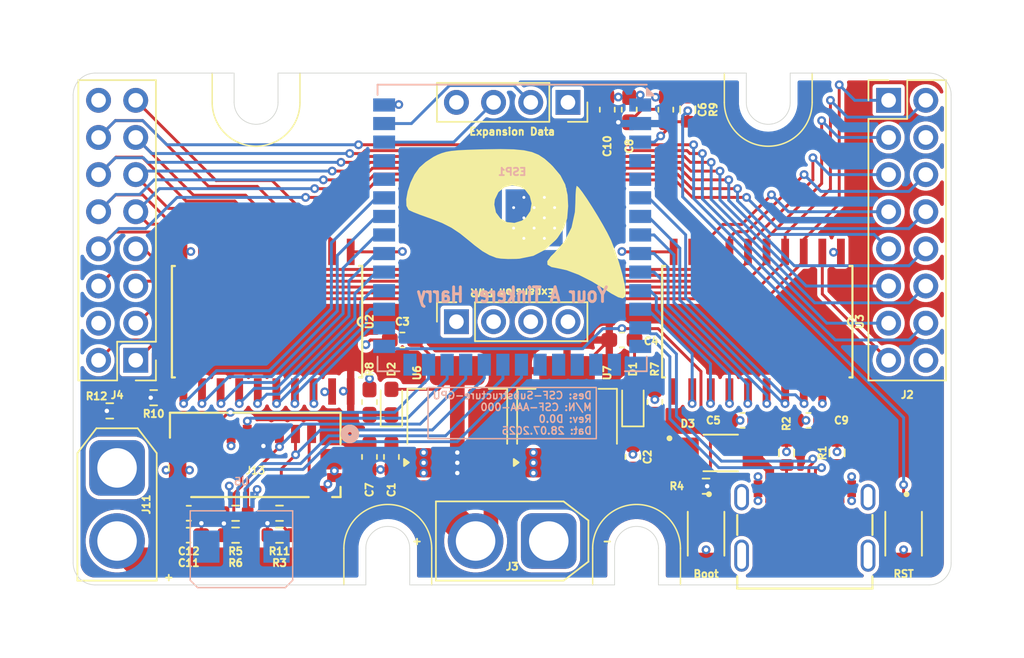
<source format=kicad_pcb>
(kicad_pcb (version 20241229) (generator "pcbnew") (generator_version "9.0")
  (layers (0 "F.Cu" signal) (4 "In1.Cu" signal) (6 "In2.Cu" signal) (2 "B.Cu" signal) (13 "F.Paste" user) (15 "B.Paste" user) (5 "F.SilkS" user "F.Silkscreen") (7 "B.SilkS" user "B.Silkscreen") (1 "F.Mask" user) (3 "B.Mask" user) (25 "Edge.Cuts" user))
  (net 0 "")
  (net 1 "GND")
  (net 2 "Net-(ESP1-GPIO0{slash}BOOT)")
  (net 3 "+3V3")
  (net 4 "+5V")
  (net 5 "Net-(J1-VBUS_A)")
  (net 6 "Net-(ESP1-EN)")
  (net 7 "Net-(D1-K)")
  (net 8 "Net-(D2-K)")
  (net 9 "+RAWVS")
  (net 14 "Main USB -")
  (net 18 "Main USB +")
  (net 22 "Net-(J1-CC2)")
  (net 23 "Net-(J1-CC1)")
  (net 27 "R1")
  (net 28 "B")
  (net 29 "G0")
  (net 30 "B1")
  (net 31 "CLK")
  (net 32 "A")
  (net 33 "B0")
  (net 34 "R0")
  (net 35 "C")
  (net 36 "LAT")
  (net 37 "E")
  (net 38 "D")
  (net 39 "G1")
  (net 40 "SD SPI MOSI")
  (net 41 "SD SPI CLK")
  (net 42 "Net-(J13-Pad8)")
  (net 43 "SD SPI MISO")
  (net 44 "SD SPI CS")
  (net 45 "Net-(J13-Pad1)")
  (net 48 "Power UART TX")
  (net 49 "Power UART RX")
  (net 50 "Disp GPIO 5")
  (net 51 "Disp GPIO 0")
  (net 52 "Disp GPIO 1")
  (net 53 "Disp GPIO 3")
  (net 54 "Disp GPIO 6")
  (net 55 "Disp GPIO 4")
  (net 56 "Disp GPIO 7")
  (net 57 "Disp GPIO 2")
  (net 58 "Disp GPIO 11")
  (net 59 "Disp GPIO 12")
  (net 60 "Disp GPIO 13")
  (net 61 "Disp GPIO 8")
  (net 62 "Disp GPIO 10")
  (net 63 "Disp GPIO 9")
  (net 64 "Disp GPIO 14")
  (net 65 "OE1")
  (net 66 "OE0")
  (net 70 "Expansion UART TX")
  (net 71 "Expansion UART RX")
  (footprint "Resistor_SMD:R_0603_1608Metric" (layer "F.Cu") (at 76.1 71.6 180)
    (property "Reference" "R6")
    (property "Value" "10K" (hide yes))
  )
  (footprint "Package_TO_SOT_SMD:SOT-223-3_TabPin2" (layer "F.Cu") (at 98.75 63.5 90)
    (property "Reference" "U7")
    (property "Value" "LD1117S50TR_SOT223" (hide yes))
  )
  (footprint "Capacitor_SMD:C_0603_1608Metric_Pad1.08x0.95mm_HandSolder" (layer "F.Cu") (at 102.5 58.25)
    (property "Reference" "C4")
    (property "Value" "10uf" (hide yes))
  )
  (footprint "Connector_AMASS:AMASS_XT30U-M_1x02_P5.0mm_Vertical" (layer "F.Cu") (at 68 67 -90)
    (property "Reference" "J11")
    (property "Value" "Substructure Power" (hide yes))
  )
  (footprint "LOGO" (layer "F.Cu") (at 95.25 50.444835)
    (property "Reference" "G***" (hide yes))
    (property "Value" "LOGO" (hide yes))
  )
  (footprint "Diode_SMD:D_0603_1608Metric_Pad1.05x0.95mm_HandSolder" (layer "F.Cu") (at 86.75 62.5 90)
    (property "Reference" "D2")
    (property "Value" "LED" (hide yes))
  )
  (footprint "Resistor_SMD:R_0603_1608Metric" (layer "F.Cu") (at 108.25 68.25 180)
    (property "Reference" "R4")
    (property "Value" "10K" (hide yes))
  )
  (footprint "Capacitor_SMD:C_0603_1608Metric_Pad1.08x0.95mm_HandSolder" (layer "F.Cu") (at 105.5 42.5 -90)
    (property "Reference" "C6")
    (property "Value" "1uF" (hide yes))
  )
  (footprint "Capacitor_SMD:C_0603_1608Metric_Pad1.08x0.95mm_HandSolder" (layer "F.Cu") (at 104.75 62.5 90)
    (property "Reference" "R7")
    (property "Value" "147ohm" (hide yes))
  )
  (footprint "Package_TO_SOT_SMD:SOT-223-3_TabPin2" (layer "F.Cu") (at 91.25 63.5 90)
    (property "Reference" "U6")
    (property "Value" "LD1117S33TR_SOT223" (hide yes))
  )
  (footprint "Capacitor_SMD:C_0603_1608Metric_Pad1.08x0.95mm_HandSolder" (layer "F.Cu") (at 87.5 58.25 180)
    (property "Reference" "C3")
    (property "Value" "10uf" (hide yes))
  )
  (footprint "Connector_PinHeader_2.54mm:PinHeader_2x08_P2.54mm_Vertical" (layer "F.Cu") (at 120.725 41.86)
    (property "Reference" "J2")
    (property "Value" "HUB75 Right" (hide yes))
  )
  (footprint "Connector_AMASS:AMASS_XT30U-M_1x02_P5.0mm_Vertical" (layer "F.Cu") (at 97.5 72 180)
    (property "Reference" "J3")
    (property "Value" "Display Power" (hide yes))
  )
  (footprint "74HC245:SOIC127P1032X265-20N" (layer "F.Cu") (at 78.25 57 -90)
    (property "Reference" "U2")
    (property "Value" "74HC245D_653" (hide yes))
  )
  (footprint "Resistor_SMD:R_0603_1608Metric" (layer "F.Cu") (at 117.2 65.975 90)
    (property "Reference" "R1")
    (property "Value" "5.1K" (hide yes))
  )
  (footprint "PMEG Diode:DIO_PMEG3050EP_115" (layer "F.Cu") (at 109.25 65.975)
    (property "Reference" "D3")
    (property "Value" "PMEG3050EP_115" (hide yes))
  )
  (footprint "Capacitor_SMD:C_0603_1608Metric_Pad1.08x0.95mm_HandSolder" (layer "F.Cu") (at 72.9 71.6 180)
    (property "Reference" "C11")
    (property "Value" "22uF" (hide yes))
  )
  (footprint "Capacitor_SMD:C_0603_1608Metric_Pad1.08x0.95mm_HandSolder" (layer "F.Cu") (at 72.9 70.1 180)
    (property "Reference" "C12")
    (property "Value" "0.1uF" (hide yes))
  )
  (footprint "Resistor_SMD:R_0603_1608Metric" (layer "F.Cu") (at 76.1 70.1 180)
    (property "Reference" "R5")
    (property "Value" "10K" (hide yes))
  )
  (footprint "Resistor_SMD:R_0603_1608Metric" (layer "F.Cu") (at 107 42.5 -90)
    (property "Reference" "R9")
    (property "Value" "10K" (hide yes))
  )
  (footprint "Resistor_SMD:R_0603_1608Metric" (layer "F.Cu") (at 79.1 70.1)
    (property "Reference" "R11")
    (property "Value" "10K" (hide yes))
  )
  (footprint "Buttons:SW_B3U-1000P" (layer "F.Cu") (at 108.25 71.5 -90)
    (property "Reference" "S1" (hide yes))
    (property "Value" "Boot")
  )
  (footprint "Resistor_SMD:R_0603_1608Metric" (layer "F.Cu") (at 79.1 71.6 180)
    (property "Reference" "R3")
    (property "Value" "10K" (hide yes))
  )
  (footprint "Connector_PinHeader_2.54mm:PinHeader_2x08_P2.54mm_Vertical" (layer "F.Cu") (at 69.275 59.64 180)
    (property "Reference" "J4")
    (property "Value" "HUB75 Left" (hide yes))
  )
  (footprint "Buttons:SW_B3U-1000P" (layer "F.Cu") (at 121.75 71.5 -90)
    (property "Reference" "S2" (hide yes))
    (property "Value" "RST")
  )
  (footprint "Resistor_SMD:R_0603_1608Metric" (layer "F.Cu") (at 70.5 62.2 180)
    (property "Reference" "R10")
    (property "Value" "10K" (hide yes))
  )
  (footprint "Capacitor_SMD:C_0603_1608Metric_Pad1.08x0.95mm_HandSolder" (layer "F.Cu") (at 85.25 62.5 90)
    (property "Reference" "R8")
    (property "Value" "33ohm" (hide yes))
  )
  (footprint "Connector_PinSocket_2.54mm:PinSocket_1x04_P2.54mm_Vertical" (layer "F.Cu") (at 91.19 57 90)
    (property "Reference" "J6" (hide yes))
    (property "Value" "Expansion PWR")
  )
  (footprint "Capacitor_SMD:C_0603_1608Metric_Pad1.08x0.95mm_HandSolder" (layer "F.Cu") (at 103 42.5 90)
    (property "Reference" "C8")
    (property "Value" "22uF" (hide yes))
  )
  (footprint "Capacitor_SMD:C_0603_1608Metric_Pad1.08x0.95mm_HandSolder" (layer "F.Cu") (at 86.75 66.25 -90)
    (property "Reference" "C1")
    (property "Value" "0.1uf" (hide yes))
  )
  (footprint "USBC:MOLEX_2171790001" (layer "F.Cu") (at 115 71.85)
    (property "Reference" "J1" (hide yes))
    (property "Value" "10171746-00021LF" (hide yes))
  )
  (footprint "Capacitor_SMD:C_0603_1608Metric_Pad1.08x0.95mm_HandSolder" (layer "F.Cu") (at 115.25 63.75 180)
    (property "Reference" "C9")
    (property "Value" "10uF" (hide yes))
  )
  (footprint "Micro SD:MicroSD_473092651" (layer "F.Cu") (at 77.45 64.7)
    (property "Reference" "J13")
    (property "Value" "MicroSD" (hide yes))
  )
  (footprint "Capacitor_SMD:C_0603_1608Metric" (layer "F.Cu") (at 110.75 63.75 180)
    (property "Reference" "C5")
    (property "Value" "10uF" (hide yes))
  )
  (footprint "Connector_PinSocket_2.54mm:PinSocket_1x04_P2.54mm_Vertical" (layer "F.Cu") (at 98.81 42 -90)
    (property "Reference" "J5" (hide yes))
    (property "Value" "Expansion Data")
  )
  (footprint "Resistor_SMD:R_0603_1608Metric" (layer "F.Cu") (at 113.75 65.975 90)
    (property "Reference" "R2")
    (property "Value" "5.1K" (hide yes))
  )
  (footprint "Capacitor_SMD:C_0603_1608Metric_Pad1.08x0.95mm_HandSolder" (layer "F.Cu") (at 101.5 42.5 90)
    (property "Reference" "C10")
    (property "Value" "0.1uF" (hide yes))
  )
  (footprint "Capacitor_SMD:C_0603_1608Metric_Pad1.08x0.95mm_HandSolder" (layer "F.Cu") (at 103.25 66.25 90)
    (property "Reference" "C2")
    (property "Value" "0.1uf" (hide yes))
  )
  (footprint "74HC245:SOIC127P1032X265-20N" (layer "F.Cu") (at 111.75 57 -90)
    (property "Reference" "U3")
    (property "Value" "74HC245D_653" (hide yes))
  )
  (footprint "Capacitor_SMD:C_0603_1608Metric_Pad1.08x0.95mm_HandSolder" (layer "F.Cu") (at 85.25 66.25 -90)
    (property "Reference" "C7")
    (property "Value" "10uF" (hide yes))
  )
  (footprint "Diode_SMD:D_0603_1608Metric_Pad1.05x0.95mm_HandSolder" (layer "F.Cu") (at 103.25 62.5 90)
    (property "Reference" "D1")
    (property "Value" "LED" (hide yes))
  )
  (footprint "Resistor_SMD:R_0603_1608Metric" (layer "F.Cu") (at 67.5 63.1)
    (property "Reference" "R12")
    (property "Value" "10K" (hide yes))
  )
  (footprint "RF_Module:ESP32-S3-WROOM-1U" (layer "B.Cu") (at 95 50.59 180)
    (property "Reference" "ESP1")
    (property "Value" "ESP32-S3-WROOM-1U")
  )
  (footprint "FCC:FFC-4-0.5" (layer "B.Cu") (at 76.5 69.834 180)
    (property "Reference" "U5")
    (property "Value" "Substructure")
  )
  (gr_line (start 83.5 72.5) (end 83.5 75) (stroke (width 0.1)) (layer "F.SilkS"))
  (gr_arc (start 115.5 42) (mid 112.5 45) (end 109.5 42) (stroke (width 0.1)) (layer "F.SilkS"))
  (gr_line (start 115.5 42) (end 115.5 40) (stroke (width 0.1)) (layer "F.SilkS"))
  (gr_line (start 100.5 72.5) (end 100.5 75) (stroke (width 0.1)) (layer "F.SilkS"))
  (gr_line (start 109.5 42) (end 109.5 40) (stroke (width 0.1)) (layer "F.SilkS"))
  (gr_arc (start 100.5 72.5) (mid 103.5 69.5) (end 106.5 72.5) (stroke (width 0.1)) (layer "F.SilkS"))
  (gr_line (start 106.5 72.5) (end 106.5 75) (stroke (width 0.1)) (layer "F.SilkS"))
  (gr_line (start 74.5 42) (end 74.5 40) (stroke (width 0.1)) (layer "F.SilkS"))
  (gr_arc (start 83.5 72.5) (mid 86.5 69.5) (end 89.5 72.5) (stroke (width 0.1)) (layer "F.SilkS"))
  (gr_line (start 89.5 72.5) (end 89.5 75) (stroke (width 0.1)) (layer "F.SilkS"))
  (gr_arc (start 80.5 42) (mid 77.5 45) (end 74.5 42) (stroke (width 0.1)) (layer "F.SilkS"))
  (gr_line (start 80.5 42) (end 80.5 40) (stroke (width 0.1)) (layer "F.SilkS"))
  (gr_rect (start 89.25 61.5) (end 100.75 65) (stroke (width 0.1)) (fill no) (layer "B.SilkS"))
  (gr_line (start 76 42) (end 76 40) (stroke (width 0.05)) (layer "Edge.Cuts"))
  (gr_line (start 102 75) (end 102 72.5) (stroke (width 0.05)) (layer "Edge.Cuts"))
  (gr_arc (start 102 72.5) (mid 103.5 71) (end 105 72.5) (stroke (width 0.05)) (layer "Edge.Cuts"))
  (gr_arc (start 65 41.5) (mid 65.43934 40.43934) (end 66.5 40) (stroke (width 0.05)) (layer "Edge.Cuts"))
  (gr_line (start 76 40) (end 66.5 40) (stroke (width 0.05)) (layer "Edge.Cuts"))
  (gr_arc (start 79 42) (mid 77.5 43.5) (end 76 42) (stroke (width 0.05)) (layer "Edge.Cuts"))
  (gr_line (start 105 75) (end 105 72.5) (stroke (width 0.05)) (layer "Edge.Cuts"))
  (gr_arc (start 66.5 75) (mid 65.43934 74.56066) (end 65 73.5) (stroke (width 0.05)) (layer "Edge.Cuts"))
  (gr_line (start 123.5 40) (end 114 40) (stroke (width 0.05)) (layer "Edge.Cuts"))
  (gr_line (start 66.5 75) (end 85 75) (stroke (width 0.05)) (layer "Edge.Cuts"))
  (gr_arc (start 125 73.5) (mid 124.56066 74.56066) (end 123.5 75) (stroke (width 0.05)) (layer "Edge.Cuts"))
  (gr_line (start 125 73.5) (end 125 41.5) (stroke (width 0.05)) (layer "Edge.Cuts"))
  (gr_line (start 111 42) (end 111 40) (stroke (width 0.05)) (layer "Edge.Cuts"))
  (gr_line (start 79 40) (end 111 40) (stroke (width 0.05)) (layer "Edge.Cuts"))
  (gr_arc (start 85 72.5) (mid 86.5 71) (end 88 72.5) (stroke (width 0.05)) (layer "Edge.Cuts"))
  (gr_line (start 88 75) (end 88 72.5) (stroke (width 0.05)) (layer "Edge.Cuts"))
  (gr_line (start 85 75) (end 85 72.5) (stroke (width 0.05)) (layer "Edge.Cuts"))
  (gr_arc (start 123.5 40) (mid 124.56066 40.43934) (end 125 41.5) (stroke (width 0.05)) (layer "Edge.Cuts"))
  (gr_line (start 114 42) (end 114 40) (stroke (width 0.05)) (layer "Edge.Cuts"))
  (gr_arc (start 114 42) (mid 112.5 43.5) (end 111 42) (stroke (width 0.05)) (layer "Edge.Cuts"))
  (gr_line (start 105 75) (end 123.5 75) (stroke (width 0.05)) (layer "Edge.Cuts"))
  (gr_line (start 65 41.5) (end 65 73.5) (stroke (width 0.05)) (layer "Edge.Cuts"))
  (gr_line (start 88 75) (end 102 75) (stroke (width 0.05)) (layer "Edge.Cuts"))
  (gr_line (start 79 42) (end 79 40) (stroke (width 0.05)) (layer "Edge.Cuts"))
  (gr_text "Your A Tinkerer Harry" (at 95 55.75 0) (layer "B.SilkS") (effects (font (size 1 0.8) (thickness 0.2) (bold yes)) (justify bottom mirror)))
  (gr_text "Des: CSF-Substructure-GPU\nM/N: CSF-AAA-000\nRev: D0.0\nDat: 28.07.2025" (at 100.5 63.25 0) (layer "B.SilkS") (effects (font (size 0.5 0.5) (thickness 0.1)) (justify left mirror)))
  (segment (start 81.8982 68.6467) (end 81.8982 68.611304) (width 0.2) (layer "F.Cu") (net 1))
  (segment (start 82.404752 68.104752) (end 82.850699 67.658806) (width 0.2) (layer "F.Cu") (net 1))
  (segment (start 88.95 66.65) (end 88.95 67.35) (width 0.2) (layer "F.Cu") (net 1))
  (segment (start 81.8982 68.611304) (end 82.404752 68.104752) (width 0.2) (layer "F.Cu") (net 1))
  (segment (start 109.975 63.75) (end 110.575 63.75) (width 0.2) (layer "F.Cu") (net 1))
  (segment (start 72.535 52.2248) (end 73.013498 52.2248) (width 0.2) (layer "F.Cu") (net 1))
  (segment (start 111.8 68.425) (end 111.8 69.25) (width 0.2) (layer "F.Cu") (net 1))
  (segment (start 111.8 68.425) (end 111.8 67.6) (width 0.2) (layer "F.Cu") (net 1))
  (segment (start 104.8125 41.6375) (end 104.8 41.65) (width 0.2) (layer "F.Cu") (net 1))
  (segment (start 82.6221 66.971401) (end 82.850699 67.2) (width 0.2) (layer "F.Cu") (net 1))
  (segment (start 72.138288 67.156307) (end 71.356307 67.156307) (width 0.2) (layer "F.Cu") (net 1))
  (segment (start 87.4752 52.2248) (end 87.5 52.2) (width 0.2) (layer "F.Cu") (net 1))
  (segment (start 116.986902 52.2248) (end 116.961702 52.25) (width 0.2) (layer "F.Cu") (net 1))
  (segment (start 108.25 73.2) (end 108.25 72.6) (width 0.2) (layer "F.Cu") (net 1))
  (segment (start 115.074313 63.75) (end 115.075 63.749313) (width 0.2) (layer "F.Cu") (net 1))
  (segment (start 102.25 41.6375) (end 103 41.6375) (width 0.2) (layer "F.Cu") (net 1))
  (segment (start 117.465 52.2248) (end 116.986902 52.2248) (width 0.2) (layer "F.Cu") (net 1))
  (segment (start 106.035 52.2248) (end 102.524798 52.2248) (width 0.2) (layer "F.Cu") (net 1))
  (segment (start 73.013498 52.2248) (end 73.038298 52.2) (width 0.2) (layer "F.Cu") (net 1))
  (segment (start 85.25 60.9) (end 85.25 61.6375) (width 0.2) (layer "F.Cu") (net 1))
  (segment (start 121.75 73.2) (end 121.75 72.6) (width 0.2) (layer "F.Cu") (net 1))
  (segment (start 82.6702 61.8) (end 82.695 61.7752) (width 0.2) (layer "F.Cu") (net 1))
  (segment (start 103.3625 58.25) (end 103.3625 60.25) (width 0.2) (layer "F.Cu") (net 1))
  (segment (start 118.2 68.425) (end 118.2 69.25) (width 0.2) (layer "F.Cu") (net 1))
  (segment (start 103.25 65.3875) (end 103.25 66.074313) (width 0.2) (layer "F.Cu") (net 1))
  (segment (start 114.3875 63.75) (end 115.074313 63.75) (width 0.2) (layer "F.Cu") (net 1))
  (segment (start 75.793712 65.493712) (end 75.793712 64.676) (width 0.2) (layer "F.Cu") (net 1))
  (segment (start 116.195 62.595) (end 116.2 62.6) (width 0.2) (layer "F.Cu") (net 1))
  (segment (start 72.138288 67.156307) (end 72.943693 67.156307) (width 0.2) (layer "F.Cu") (net 1))
  (segment (start 86 67.1125) (end 86.75 67.1125) (width 0.2) (layer "F.Cu") (net 1))
  (segment (start 103.3625 60.25) (end 104.75 61.6375) (width 0.2) (layer "F.Cu") (net 1))
  (segment (start 85.25 67.1125) (end 86 67.1125) (width 0.2) (layer "F.Cu") (net 1))
  (segment (start 72.943693 67.156307) (end 72.95 67.15) (width 0.2) (layer "F.Cu") (net 1))
  (segment (start 113.75 65.15) (end 113.75 65.9) (width 0.2) (layer "F.Cu") (net 1))
  (segment (start 72.0375 67.257095) (end 72.138288 67.156307) (width 0.2) (layer "F.Cu") (net 1))
  (segment (start 105.5 41.6375) (end 104.8125 41.6375) (width 0.2) (layer "F.Cu") (net 1))
  (segment (start 116.195 61.7752) (end 116.195 62.595) (width 0.2) (layer "F.Cu") (net 1))
  (segment (start 96.45 66.65) (end 96.45 65.95) (width 0.2) (layer "F.Cu") (net 1))
  (segment (start 96.45 66.65) (end 96.45 67.35) (width 0.2) (layer "F.Cu") (net 1))
  (segment (start 83.965 52.2248) (end 87.4752 52.2248) (width 0.2) (layer "F.Cu") (net 1))
  (segment (start 82.6221 66.404005) (end 82.6221 66.971401) (width 0.2) (layer "F.Cu") (net 1))
  (segment (start 101.5 41.6375) (end 102.25 41.6375) (width 0.2) (layer "F.Cu") (net 1))
  (segment (start 103.25 66.074313) (end 103.250687 66.075) (width 0.2) (layer "F.Cu") (net 1))
  (segment (start 85.318529 58.25) (end 85 58.568529) (width 0.2) (layer "F.Cu") (net 1))
  (segment (start 72.0375 71.6) (end 72.0375 67.257095) (width 0.2) (layer "F.Cu") (net 1))
  (segment (start 82.850699 67.658806) (end 82.850699 67.2) (width 0.2) (layer "F.Cu") (net 1))
  (segment (start 71.356307 67.156307) (end 71.35 67.15) (width 0.2) (layer "F.Cu") (net 1))
  (segment (start 117.2 65.15) (end 117.2 65.9) (width 0.2) (layer "F.Cu") (net 1))
  (segment (start 102.524798 52.2248) (end 102.499998 52.2) (width 0.2) (layer "F.Cu") (net 1))
  (segment (start 104.75 61.6375) (end 104.75 62.325) (width 0.2) (layer "F.Cu") (net 1))
  (segment (start 118.2 68.425) (end 118.2 67.6) (width 0.2) (layer "F.Cu") (net 1))
  (segment (start 86.6375 58.25) (end 85.318529 58.25) (width 0.2) (layer "F.Cu") (net 1))
  (segment (start 82.191702 61.8) (end 82.6702 61.8) (width 0.2) (layer "F.Cu") (net 1))
  (via (at 82.191702 61.8) (size 0.6) (drill 0.3) (layers "F.Cu" "B.Cu") (net 1))
  (via (at 116.961702 52.25) (size 0.6) (drill 0.3) (layers "F.Cu" "B.Cu") (net 1))
  (via (at 115.075 63.749313) (size 0.6) (drill 0.3) (layers "F.Cu" "B.Cu") (net 1))
  (via (at 88.95 66.65) (size 0.6) (drill 0.3) (layers "F.Cu" "B.Cu") (net 1))
  (via (at 86 67.1125) (size 0.6) (drill 0.3) (layers "F.Cu" "B.Cu") (net 1))
  (via (at 77.573815 68.473815) (size 0.6) (drill 0.3) (layers "F.Cu" "B.Cu") (net 1))
  (via (at 72.95 67.15) (size 0.6) (drill 0.3) (layers "F.Cu" "B.Cu") (net 1))
  (via (at 75.793712 65.493712) (size 0.6) (drill 0.3) (layers "F.Cu" "B.Cu") (net 1))
  (via (at 71.35 67.15) (size 0.6) (drill 0.3) (layers "F.Cu" "B.Cu") (net 1))
  (via (at 102.25 41.6375) (size 0.6) (drill 0.3) (layers "F.Cu" "B.Cu") (net 1))
  (via (at 87.25 42.15) (size 0.6) (drill 0.3) (layers "F.Cu" "B.Cu") (net 1))
  (via (at 113.75 65.9) (size 0.6) (drill 0.3) (layers "F.Cu" "B.Cu") (net 1))
  (via (at 111.8 69.25) (size 0.6) (drill 0.3) (layers "F.Cu" "B.Cu") (net 1))
  (via (at 103.250687 66.075) (size 0.6) (drill 0.3) (layers "F.Cu" "B.Cu") (net 1))
  (via (at 85.25 60.9) (size 0.6) (drill 0.3) (layers "F.Cu" "B.Cu") (net 1))
  (via (at 96.45 66.65) (size 0.6) (drill 0.3) (layers "F.Cu" "B.Cu") (net 1))
  (via (at 118.2 69.25) (size 0.6) (drill 0.3) (layers "F.Cu" "B.Cu") (net 1))
  (via (at 88.95 67.35) (size 0.6) (drill 0.3) (layers "F.Cu" "B.Cu") (net 1))
  (via (at 108.25 72.6) (size 0.6) (drill 0.3) (layers "F.Cu" "B.Cu") (net 1))
  (via (at 75.667618 68.237666) (size 0.6) (drill 0.3) (layers "F.Cu" "B.Cu") (net 1))
  (via (at 104.8 41.65) (size 0.6) (drill 0.3) (layers "F.Cu" "B.Cu") (net 1))
  (via (at 87.5 52.2) (size 0.6) (drill 0.3) (layers "F.Cu" "B.Cu") (net 1))
  (via (at 104.75 62.325) (size 0.6) (drill 0.3) (layers "F.Cu" "B.Cu") (net 1))
  (via (at 116.2 62.6) (size 0.6) (drill 0.3) (layers "F.Cu" "B.Cu") (net 1))
  (via (at 85 58.568529) (size 0.6) (drill 0.3) (layers "F.Cu" "B.Cu") (net 1))
  (via (at 82.404752 68.104752) (size 0.6) (drill 0.3) (layers "F.Cu" "B.Cu") (net 1))
  (via (at 110.575 63.75) (size 0.6) (drill 0.3) (layers "F.Cu" "B.Cu") (net 1))
  (via (at 102.499998 52.2) (size 0.6) (drill 0.3) (layers "F.Cu" "B.Cu") (net 1))
  (via (at 103.75 41.5) (size 0.6) (drill 0.3) (layers "F.Cu" "B.Cu") (net 1))
  (via (at 121.75 72.6) (size 0.6) (drill 0.3) (layers "F.Cu" "B.Cu") (net 1))
  (via (at 82.850699 67.2) (size 0.6) (drill 0.3) (layers "F.Cu" "B.Cu") (net 1))
  (via (at 111.8 67.6) (size 0.6) (drill 0.3) (layers "F.Cu" "B.Cu") (net 1))
  (via (at 88.95 65.95) (size 0.6) (drill 0.3) (layers "F.Cu" "B.Cu") (net 1))
  (via (at 118.2 67.6) (size 0.6) (drill 0.3) (layers "F.Cu" "B.Cu") (net 1))
  (via (at 96.45 65.95) (size 0.6) (drill 0.3) (layers "F.Cu" "B.Cu") (net 1))
  (via (at 96.45 67.35) (size 0.6) (drill 0.3) (layers "F.Cu" "B.Cu") (net 1))
  (via (at 117.2 65.9) (size 0.6) (drill 0.3) (layers "F.Cu" "B.Cu") (net 1))
  (via (at 73.038298 52.2) (size 0.6) (drill 0.3) (layers "F.Cu" "B.Cu") (net 1))
  (segment (start 75.667618 68.237666) (end 75.667618 69.101618) (width 0.2) (layer "B.Cu") (net 1))
  (segment (start 75.667618 69.101618) (end 75.75 69.184) (width 0.2) (layer "B.Cu") (net 1))
  (segment (start 77.573815 68.473815) (end 77.573815 68.860185) (width 0.2) (layer "B.Cu") (net 1))
  (segment (start 103.75 42.18) (end 103.75 41.5) (width 0.2) (layer "B.Cu") (net 1))
  (segment (start 77.573815 68.860185) (end 77.25 69.184) (width 0.2) (layer "B.Cu") (net 1))
  (segment (start 86.25 42.18) (end 87.22 42.18) (width 0.2) (layer "B.Cu") (net 1))
  (segment (start 87.22 42.18) (end 87.25 42.15) (width 0.2) (layer "B.Cu") (net 1))
  (segment (start 107.425 68.975) (end 108.25 69.8) (width 0.2) (layer "F.Cu") (net 2))
  (segment (start 108.55 67.125) (end 108.55 63.497943) (width 0.2) (layer "F.Cu") (net 2))
  (segment (start 107.901 60.401) (end 104.974 57.474) (width 0.2) (layer "F.Cu") (net 2))
  (segment (start 107.5 68.325) (end 107.425 68.25) (width 0.2) (layer "F.Cu") (net 2))
  (segment (start 104.974 57.474) (end 102.5 57.474) (width 0.2) (layer "F.Cu") (net 2))
  (segment (start 107.425 68.25) (end 108.55 67.125) (width 0.2) (layer "F.Cu") (net 2))
  (segment (start 107.901 62.848943) (end 107.901 60.401) (width 0.2) (layer "F.Cu") (net 2))
  (segment (start 107.425 68.25) (end 107.425 68.975) (width 0.2) (layer "F.Cu") (net 2))
  (segment (start 108.55 63.497943) (end 107.901 62.848943) (width 0.2) (layer "F.Cu") (net 2))
  (via (at 102.5 57.474) (size 0.6) (drill 0.3) (layers "F.Cu" "B.Cu") (net 2))
  (segment (start 102.5 57.474) (end 101.195607 57.474) (width 0.2) (layer "B.Cu") (net 2))
  (segment (start 99.819607 58.85) (end 86.41 58.85) (width 0.2) (layer "B.Cu") (net 2))
  (segment (start 86.41 58.85) (end 86.25 58.69) (width 0.2) (layer "B.Cu") (net 2))
  (segment (start 101.195607 57.474) (end 99.819607 58.85) (width 0.2) (layer "B.Cu") (net 2))
  (segment (start 101.5 43.3625) (end 102.25 43.3625) (width 0.2) (layer "F.Cu") (net 3))
  (segment (start 69.675 62.2) (end 70.3 62.2) (width 0.2) (layer "F.Cu") (net 3))
  (segment (start 89.975 61.625) (end 86.75 61.625) (width 0.2) (layer "F.Cu") (net 3))
  (segment (start 66.675 63.1) (end 67.3 63.1) (width 0.2) (layer "F.Cu") (net 3))
  (segment (start 75.275 71.6) (end 75.275 70.825) (width 0.2) (layer "F.Cu") (net 3))
  (segment (start 107 41.675) (end 106.199 42.476) (width 0.2) (layer "F.Cu") (net 3))
  (segment (start 106.199 42.476) (end 103.8865 42.476) (width 0.2) (layer "F.Cu") (net 3))
  (segment (start 91.25 66.65) (end 91.25 60.35) (width 1) (layer "F.Cu") (net 3))
  (segment (start 102.25 43.3625) (end 103 43.3625) (width 0.2) (layer "F.Cu") (net 3))
  (segment (start 91.25 60.35) (end 90.4625 60.35) (width 0.2) (layer "F.Cu") (net 3))
  (segment (start 73.7625 71.6) (end 73.7625 70.1) (width 0.2) (layer "F.Cu") (net 3))
  (segment (start 73.7625 70.1) (end 73.7625 70.783998) (width 0.2) (layer "F.Cu") (net 3))
  (segment (start 75.275 70.775) (end 75.3 70.8) (width 0.2) (layer "F.Cu") (net 3))
  (segment (start 78.275 71.6) (end 78.275 70.1) (width 0.2) (layer "F.Cu") (net 3))
  (segment (start 78 65.4) (end 77.99371 65.39371) (width 0.2) (layer "F.Cu") (net 3))
  (segment (start 77.99371 65.39371) (end 77.99371 64.676) (width 0.2) (layer "F.Cu") (net 3))
  (segment (start 78 65.5) (end 78 65.4) (width 0.2) (layer "F.Cu") (net 3))
  (segment (start 91.25 60.35) (end 89.975 61.625) (width 0.2) (layer "F.Cu") (net 3))
  (segment (start 75.275 70.825) (end 75.3 70.8) (width 0.2) (layer "F.Cu") (net 3))
  (segment (start 78.275 70.1) (end 78.275 70.783998) (width 0.2) (layer "F.Cu") (net 3))
  (segment (start 90.4625 60.35) (end 88.3625 58.25) (width 0.2) (layer "F.Cu") (net 3))
  (segment (start 75.275 70.1) (end 75.275 70.775) (width 0.2) (layer "F.Cu") (net 3))
  (segment (start 103.8865 42.476) (end 103 43.3625) (width 0.2) (layer "F.Cu") (net 3))
  (segment (start 109.075 68.25) (end 108.325 68.25) (width 0.2) (layer "F.Cu") (net 3))
  (via (at 78.275 70.783998) (size 0.6) (drill 0.3) (layers "F.Cu" "B.Cu") (net 3))
  (via (at 67.3 63.1) (size 0.6) (drill 0.3) (layers "F.Cu" "B.Cu") (net 3))
  (via (at 73.7625 70.783998) (size 0.6) (drill 0.3) (layers "F.Cu" "B.Cu") (net 3))
  (via (at 91.25 67.35) (size 0.6) (drill 0.3) (layers "F.Cu" "B.Cu") (net 3))
  (via (at 91.25 66.65) (size 0.6) (drill 0.3) (layers "F.Cu" "B.Cu") (net 3))
  (via (at 78 65.5) (size 0.6) (drill 0.3) (layers "F.Cu" "B.Cu") (net 3))
  (via (at 75.3 70.8) (size 0.6) (drill 0.3) (layers "F.Cu" "B.Cu") (net 3))
  (via (at 108.325 68.25) (size 0.6) (drill 0.3) (layers "F.Cu" "B.Cu") (net 3))
  (via (at 102.25 43.3625) (size 0.6) (drill 0.3) (layers "F.Cu" "B.Cu") (net 3))
  (via (at 70.3 62.2) (size 0.6) (drill 0.3) (layers "F.Cu" "B.Cu") (net 3))
  (via (at 91.25 65.95) (size 0.6) (drill 0.3) (layers "F.Cu" "B.Cu") (net 3))
  (segment (start 103.75 43.45) (end 101.8375 43.45) (width 0.2) (layer "B.Cu") (net 3))
  (segment (start 102.3375 43.45) (end 102.25 43.3625) (width 0.2) (layer "B.Cu") (net 3))
  (segment (start 99.5375 60.35) (end 101.6375 58.25) (width 0.2) (layer "F.Cu") (net 4))
  (segment (start 83.486902 61.7752) (end 83.461702 61.75) (width 0.2) (layer "F.Cu") (net 4))
  (segment (start 98.75 60.35) (end 99.35 60.35) (width 0.2) (layer "F.Cu") (net 4))
  (segment (start 98.75 60.35) (end 99.5375 60.35) (width 0.2) (layer "F.Cu") (net 4))
  (segment (start 83.965 61.7752) (end 83.486902 61.7752) (width 0.2) (layer "F.Cu") (net 4))
  (segment (start 98.75 65.95) (end 98.75 60.35) (width 1) (layer "F.Cu") (net 4))
  (segment (start 99.35 60.35) (end 100.625 61.625) (width 0.2) (layer "F.Cu") (net 4))
  (segment (start 100.625 61.625) (end 103.25 61.625) (width 0.2) (layer "F.Cu") (net 4))
  (via (at 83.461702 61.75) (size 0.6) (drill 0.3) (layers "F.Cu" "B.Cu") (net 4))
  (segment (start 111.275 65.925) (end 111.2 66) (width 0.2) (layer "F.Cu") (net 5))
  (segment (start 113.25 69.975) (end 116.75 69.975) (width 0.6) (layer "F.Cu") (net 5))
  (segment (start 117.4 69.325) (end 117.4 68.425) (width 0.6) (layer "F.Cu") (net 5))
  (segment (start 112.6 69.325) (end 113.25 69.975) (width 0.6) (layer "F.Cu") (net 5))
  (segment (start 116.75 69.975) (end 117.4 69.325) (width 0.6) (layer "F.Cu") (net 5))
  (segment (start 112.6 68.425) (end 112.6 69.325) (width 0.6) (layer "F.Cu") (net 5))
  (segment (start 111.525 63.725) (end 111.525 65.9) (width 0.2) (layer "F.Cu") (net 5))
  (segment (start 112.6 67.125) (end 111.45 65.975) (width 0.6) (layer "F.Cu") (net 5))
  (segment (start 112.6 68.425) (end 112.6 67.125) (width 0.6) (layer "F.Cu") (net 5))
  (segment (start 105.5375 43.325) (end 105.5 43.3625) (width 0.2) (layer "F.Cu") (net 6))
  (segment (start 105.15 44.3) (end 105.5 43.95) (width 0.2) (layer "F.Cu") (net 6))
  (segment (start 107 43.325) (end 105.5375 43.325) (width 0.2) (layer "F.Cu") (net 6))
  (segment (start 121.75 68.15) (end 121.75 69.8) (width 0.2) (layer "F.Cu") (net 6))
  (segment (start 107 43.325) (end 107 42.575) (width 0.2) (layer "F.Cu") (net 6))
  (segment (start 105.5 43.95) (end 105.5 43.3625) (width 0.2) (layer "F.Cu") (net 6))
  (via (at 121.75 68.15) (size 0.6) (drill 0.3) (layers "F.Cu" "B.Cu") (net 6))
  (via (at 105.15 44.3) (size 0.6) (drill 0.3) (layers "F.Cu" "B.Cu") (net 6))
  (via (at 107 42.575) (size 0.6) (drill 0.3) (layers "F.Cu" "B.Cu") (net 6))
  (segment (start 121.75 63.5625) (end 106.65 48.4625) (width 0.2) (layer "B.Cu") (net 6))
  (segment (start 106.65 42.925) (end 107 42.575) (width 0.2) (layer "B.Cu") (net 6))
  (segment (start 121.75 68.15) (end 121.75 63.5625) (width 0.2) (layer "B.Cu") (net 6))
  (segment (start 106.65 48.4625) (end 106.65 42.925) (width 0.2) (layer "B.Cu") (net 6))
  (segment (start 105.15 44.3) (end 104.73 44.72) (width 0.2) (layer "B.Cu") (net 6))
  (segment (start 104.73 44.72) (end 103.75 44.72) (width 0.2) (layer "B.Cu") (net 6))
  (segment (start 103.25 63.375) (end 104.7375 63.375) (width 0.2) (layer "F.Cu") (net 7))
  (segment (start 104.7375 63.375) (end 104.75 63.3625) (width 0.2) (layer "F.Cu") (net 7))
  (segment (start 85.2625 63.375) (end 85.25 63.3625) (width 0.2) (layer "F.Cu") (net 8))
  (segment (start 86.75 63.375) (end 85.2625 63.375) (width 0.2) (layer "F.Cu") (net 8))
  (segment (start 99.7 69) (end 104.025 69) (width 1) (layer "F.Cu") (net 9))
  (segment (start 69.442 73.442) (end 80.642021 73.442) (width 2) (layer "F.Cu") (net 9))
  (segment (start 89.8 69.3) (end 92.5 72) (width 2) (layer "F.Cu") (net 9))
  (segment (start 92.249 67.951) (end 93.55 66.65) (width 0.2) (layer "F.Cu") (net 9))
  (segment (start 99.7 69) (end 101.05 67.65) (width 1) (layer "F.Cu") (net 9))
  (segment (start 80.642021 73.442) (end 84.784021 69.3) (width 2) (layer "F.Cu") (net 9))
  (segment (start 104.025 69) (end 107.05 65.975) (width 1) (layer "F.Cu") (net 9))
  (segment (start 84.784021 69.3) (end 89.8 69.3) (width 2) (layer "F.Cu") (net 9))
  (segment (start 101.05 67.65) (end 101.05 66.65) (width 1) (layer "F.Cu") (net 9))
  (segment (start 88.294992 67.951) (end 92.249 67.951) (width 0.2) (layer "F.Cu") (net 9))
  (segment (start 101.5125 67.1125) (end 101.05 66.65) (width 0.2) (layer "F.Cu") (net 9))
  (segment (start 87.899 67.555008) (end 88.294992 67.951) (width 0.2) (layer "F.Cu") (net 9))
  (segment (start 93.55 66.65) (end 93.55 70.95) (width 1) (layer "F.Cu") (net 9))
  (segment (start 93.55 70.95) (end 92.5 72) (width 0.2) (layer "F.Cu") (net 9))
  (segment (start 103.25 67.1125) (end 101.5125 67.1125) (width 0.2) (layer "F.Cu") (net 9))
  (segment (start 87.899 66.5365) (end 87.899 67.555008) (width 0.2) (layer "F.Cu") (net 9))
  (segment (start 93.55 66.65) (end 93.55 69) (width 1) (layer "F.Cu") (net 9))
  (segment (start 93.55 69) (end 99.7 69) (width 1) (layer "F.Cu") (net 9))
  (segment (start 68 72) (end 69.442 73.442) (width 2) (layer "F.Cu") (net 9))
  (segment (start 86.75 65.3875) (end 87.899 66.5365) (width 0.2) (layer "F.Cu") (net 9))
  (segment (start 115.201 67.549) (end 115.25 67.598) (width 0.2) (layer "F.Cu") (net 14))
  (segment (start 115.25 67.562499) (end 115.275 67.537499) (width 0.2) (layer "F.Cu") (net 14))
  (segment (start 114.299 67.549) (end 115.201 67.549) (width 0.2) (layer "F.Cu") (net 14))
  (segment (start 114.25 68.425) (end 114.25 67.598) (width 0.2) (layer "F.Cu") (net 14))
  (segment (start 114.25 67.598) (end 114.299 67.549) (width 0.2) (layer "F.Cu") (net 14))
  (segment (start 115.25 68.425) (end 115.25 67.562499) (width 0.2) (layer "F.Cu") (net 14))
  (segment (start 115.543048 66.666969) (end 115.543048 66.384126) (width 0.2) (layer "F.Cu") (net 14))
  (segment (start 115.275 67.537499) (end 115.275 66.935017) (width 0.2) (layer "F.Cu") (net 14))
  (segment (start 115.275 66.935017) (end 115.543048 66.666969) (width 0.2) (layer "F.Cu") (net 14))
  (segment (start 115.25 67.598) (end 115.25 68.425) (width 0.2) (layer "F.Cu") (net 14))
  (via (at 115.543048 66.384126) (size 0.6) (drill 0.3) (layers "F.Cu" "B.Cu") (net 14))
  (segment (start 104.46 57.83) (end 104.05 57.42) (width 0.2) (layer "B.Cu") (net 14))
  (segment (start 109.303365 66.535167) (end 106.225 63.456802) (width 0.2) (layer "B.Cu") (net 14))
  (segment (start 115.392007 66.535167) (end 109.303365 66.535167) (width 0.2) (layer "B.Cu") (net 14))
  (segment (start 115.543048 66.384126) (end 115.392007 66.535167) (width 0.2) (layer "B.Cu") (net 14))
  (segment (start 104.05 57.42) (end 103.75 57.42) (width 0.2) (layer "B.Cu") (net 14))
  (segment (start 106.225 63.456802) (end 106.225 59.206802) (width 0.2) (layer "B.Cu") (net 14))
  (segment (start 104.848198 57.83) (end 104.46 57.83) (width 0.2) (layer "B.Cu") (net 14))
  (segment (start 106.225 59.206802) (end 104.848198 57.83) (width 0.2) (layer "B.Cu") (net 14))
  (segment (start 115.725 67.537499) (end 115.725 67.121415) (width 0.2) (layer "F.Cu") (net 18))
  (segment (start 115.701 69.301) (end 115.75 69.252) (width 0.2) (layer "F.Cu") (net 18))
  (segment (start 115.861247 66.985168) (end 116.14409 66.985168) (width 0.2) (layer "F.Cu") (net 18))
  (segment (start 115.75 67.562499) (end 115.725 67.537499) (width 0.2) (layer "F.Cu") (net 18))
  (segment (start 114.75 68.425) (end 114.75 69.252) (width 0.2) (layer "F.Cu") (net 18))
  (segment (start 114.75 69.252) (end 114.799 69.301) (width 0.2) (layer "F.Cu") (net 18))
  (segment (start 115.75 68.425) (end 115.75 67.562499) (width 0.2) (layer "F.Cu") (net 18))
  (segment (start 115.75 69.252) (end 115.75 68.425) (width 0.2) (layer "F.Cu") (net 18))
  (segment (start 114.799 69.301) (end 115.701 69.301) (width 0.2) (layer "F.Cu") (net 18))
  (segment (start 115.725 67.121415) (end 115.861247 66.985168) (width 0.2) (layer "F.Cu") (net 18))
  (via (at 116.14409 66.985168) (size 0.6) (drill 0.3) (layers "F.Cu" "B.Cu") (net 18))
  (segment (start 109.11697 66.985168) (end 105.775 63.643198) (width 0.2) (layer "B.Cu") (net 18))
  (segment (start 104.46 58.28) (end 104.05 58.69) (width 0.2) (layer "B.Cu") (net 18))
  (segment (start 104.05 58.69) (end 103.75 58.69) (width 0.2) (layer "B.Cu") (net 18))
  (segment (start 104.661802 58.28) (end 104.46 58.28) (width 0.2) (layer "B.Cu") (net 18))
  (segment (start 105.775 63.643198) (end 105.775 59.393198) (width 0.2) (layer "B.Cu") (net 18))
  (segment (start 105.775 59.393198) (end 104.661802 58.28) (width 0.2) (layer "B.Cu") (net 18))
  (segment (start 116.14409 66.985168) (end 109.11697 66.985168) (width 0.2) (layer "B.Cu") (net 18))
  (segment (start 116.75 68.425) (end 116.75 67.25) (width 0.2) (layer "F.Cu") (net 22))
  (segment (start 116.75 67.25) (end 117.2 66.8) (width 0.2) (layer "F.Cu") (net 22))
  (segment (start 113.75 68.425) (end 113.75 66.8) (width 0.2) (layer "F.Cu") (net 23))
  (segment (start 109.7453 54.2295) (end 69.6055 54.2295) (width 0.2) (layer "F.Cu") (net 27))
  (segment (start 115.55 47.3) (end 111.115 51.735) (width 0.2) (layer "F.Cu") (net 27))
  (segment (start 115.55 45.789) (end 115.55 47.3) (width 0.2) (layer "F.Cu") (net 27))
  (segment (start 69.6055 54.2295) (end 69.275 54.56) (width 0.2) (layer "F.Cu") (net 27))
  (segment (start 111.115 51.735) (end 111.115 52.2248) (width 0.2) (layer "F.Cu") (net 27))
  (segment (start 111.115 52.2248) (end 111.115 52.8598) (width 0.2) (layer "F.Cu") (net 27))
  (segment (start 111.115 52.8598) (end 109.7453 54.2295) (width 0.2) (layer "F.Cu") (net 27))
  (via (at 115.55 45.789) (size 0.6) (drill 0.3) (layers "F.Cu" "B.Cu") (net 27))
  (segment (start 115.55 45.8) (end 116.69 46.94) (width 0.2) (layer "B.Cu") (net 27))
  (segment (start 115.55 45.789) (end 115.55 45.8) (width 0.2) (layer "B.Cu") (net 27))
  (segment (start 116.69 46.94) (end 120.725 46.94) (width 0.2) (layer "B.Cu") (net 27))
  (segment (start 71.35176 49.929) (end 69.75176 48.329) (width 0.2) (layer "F.Cu") (net 28))
  (segment (start 82.1 47.3) (end 82.099 47.301) (width 0.2) (layer "F.Cu") (net 28))
  (segment (start 82.099 47.301) (end 84.650243 47.301) (width 0.2) (layer "F.Cu") (net 28))
  (segment (start 76.345 51.345) (end 74.929 49.929) (width 0.2) (layer "F.Cu") (net 28))
  (segment (start 69.75176 48.329) (end 67.886 48.329) (width 0.2) (layer "F.Cu") (net 28))
  (segment (start 85.447243 46.504) (end 106.452757 46.504) (width 0.2) (layer "F.Cu") (net 28))
  (segment (start 107.249757 47.301) (end 109.801 47.301) (width 0.2) (layer "F.Cu") (net 28))
  (segment (start 106.452757 46.504) (end 107.249757 47.301) (width 0.2) (layer "F.Cu") (net 28))
  (segment (start 74.929 49.929) (end 71.35176 49.929) (width 0.2) (layer "F.Cu") (net 28))
  (segment (start 109.801 47.301) (end 109.8 47.3) (width 0.2) (layer "F.Cu") (net 28))
  (segment (start 67.886 48.329) (end 66.735 49.48) (width 0.2) (layer "F.Cu") (net 28))
  (segment (start 84.650243 47.301) (end 85.447243 46.504) (width 0.2) (layer "F.Cu") (net 28))
  (segment (start 76.345 52.2248) (end 76.345 51.345) (width 0.2) (layer "F.Cu") (net 28))
  (via (at 82.1 47.3) (size 0.6) (drill 0.3) (layers "F.Cu" "B.Cu") (net 28))
  (via (at 109.8 47.3) (size 0.6) (drill 0.3) (layers "F.Cu" "B.Cu") (net 28))
  (segment (start 114.272447 53.171) (end 122.114 53.171) (width 0.2) (layer "B.Cu") (net 28))
  (segment (start 67.915 48.3) (end 69.54276 48.3) (width 0.2) (layer "B.Cu") (net 28))
  (segment (start 109.8 47.3) (end 109.8 48.698553) (width 0.2) (layer "B.Cu") (net 28))
  (segment (start 70.54276 47.3) (end 82.1 47.3) (width 0.2) (layer "B.Cu") (net 28))
  (segment (start 69.54276 48.3) (end 70.54276 47.3) (width 0.2) (layer "B.Cu") (net 28))
  (segment (start 122.114 53.171) (end 123.265 52.02) (width 0.2) (layer "B.Cu") (net 28))
  (segment (start 109.8 48.698553) (end 114.272447 53.171) (width 0.2) (layer "B.Cu") (net 28))
  (segment (start 66.735 49.48) (end 67.915 48.3) (width 0.2) (layer "B.Cu") (net 28))
  (segment (start 113.655 52.2248) (end 113.655 52.8598) (width 0.2) (layer "F.Cu") (net 29))
  (segment (start 113.655 52.8598) (end 111.4833 55.0315) (width 0.2) (layer "F.Cu") (net 29))
  (segment (start 116.75 41.86) (end 116.75 47.925) (width 0.2) (layer "F.Cu") (net 29))
  (segment (start 113.655 51.02) (end 113.655 52.2248) (width 0.2) (layer "F.Cu") (net 29))
  (segment (start 111.4833 55.0315) (end 73.2185 55.0315) (width 0.2) (layer "F.Cu") (net 29))
  (segment (start 68.124 58.251) (end 66.735 59.64) (width 0.2) (layer "F.Cu") (net 29))
  (segment (start 69.999 58.251) (end 68.124 58.251) (width 0.2) (layer "F.Cu") (net 29))
  (segment (start 116.75 47.925) (end 113.655 51.02) (width 0.2) (layer "F.Cu") (net 29))
  (segment (start 73.2185 55.0315) (end 69.999 58.251) (width 0.2) (layer "F.Cu") (net 29))
  (via (at 116.75 41.86) (size 0.6) (drill 0.3) (layers "F.Cu" "B.Cu") (net 29))
  (segment (start 122.114 43.011) (end 123.265 41.86) (width 0.2) (layer "B.Cu") (net 29))
  (segment (start 116.75 41.86) (end 117.901 43.011) (width 0.2) (layer "B.Cu") (net 29))
  (segment (start 117.901 43.011) (end 122.114 43.011) (width 0.2) (layer "B.Cu") (net 29))
  (segment (start 107.8727 53.4275) (end 71.25 53.4275) (width 0.2) (layer "F.Cu") (net 30))
  (segment (start 69.8425 52.02) (end 69.275 52.02) (width 0.2) (layer "F.Cu") (net 30))
  (segment (start 108.575 52.7252) (end 107.8727 53.4275) (width 0.2) (layer "F.Cu") (net 30))
  (segment (start 108.575 52.2248) (end 108.575 52.7252) (width 0.2) (layer "F.Cu") (net 30))
  (segment (start 108.575 51.175) (end 108.575 52.2248) (width 0.2) (layer "F.Cu") (net 30))
  (segment (start 112.720735 48.320735) (end 110.69147 50.35) (width 0.2) (layer "F.Cu") (net 30))
  (segment (start 71.25 53.4275) (end 69.8425 52.02) (width 0.2) (layer "F.Cu") (net 30))
  (segment (start 109.4 50.35) (end 108.575 51.175) (width 0.2) (layer "F.Cu") (net 30))
  (segment (start 110.69147 50.35) (end 109.4 50.35) (width 0.2) (layer "F.Cu") (net 30))
  (via (at 112.720735 48.320735) (size 0.6) (drill 0.3) (layers "F.Cu" "B.Cu") (net 30))
  (segment (start 120.725 49.48) (end 113.88 49.48) (width 0.2) (layer "B.Cu") (net 30))
  (segment (start 112.720735 48.320735) (end 113.88 49.48) (width 0.2) (layer "B.Cu") (net 30))
  (segment (start 83.9 45.5) (end 83.901 45.501) (width 0.2) (layer "F.Cu") (net 31))
  (segment (start 76.78015 48.349) (end 73.224 48.349) (width 0.2) (layer "F.Cu") (net 31))
  (segment (start 108.001 45.501) (end 108 45.5) (width 0.2) (layer "F.Cu") (net 31))
  (segment (start 80.155 52.2248) (end 80.155 51.72385) (width 0.2) (layer "F.Cu") (net 31))
  (segment (start 107.151057 45.501) (end 108.001 45.501) (width 0.2) (layer "F.Cu") (net 31))
  (segment (start 80.155 51.72385) (end 76.78015 48.349) (width 0.2) (layer "F.Cu") (net 31))
  (segment (start 73.224 48.349) (end 69.275 44.4) (width 0.2) (layer "F.Cu") (net 31))
  (segment (start 84.948943 45.301) (end 106.951057 45.301) (width 0.2) (layer "F.Cu") (net 31))
  (segment (start 83.901 45.501) (end 84.748943 45.501) (width 0.2) (layer "F.Cu") (net 31))
  (segment (start 106.951057 45.301) (end 107.151057 45.501) (width 0.2) (layer "F.Cu") (net 31))
  (segment (start 84.748943 45.501) (end 84.948943 45.301) (width 0.2) (layer "F.Cu") (net 31))
  (via (at 83.9 45.5) (size 0.6) (drill 0.3) (layers "F.Cu" "B.Cu") (net 31))
  (via (at 108 45.5) (size 0.6) (drill 0.3) (layers "F.Cu" "B.Cu") (net 31))
  (segment (start 69.275 44.4) (end 70.375 45.5) (width 0.2) (layer "B.Cu") (net 31))
  (segment (start 116.500147 57.1) (end 120.725 57.1) (width 0.2) (layer "B.Cu") (net 31))
  (segment (start 108 45.5) (end 108 48.599853) (width 0.2) (layer "B.Cu") (net 31))
  (segment (start 108 48.599853) (end 116.500147 57.1) (width 0.2) (layer "B.Cu") (net 31))
  (segment (start 70.375 45.5) (end 83.9 45.5) (width 0.2) (layer "B.Cu") (net 31))
  (segment (start 73.6806 50.33) (end 70.125 50.33) (width 0.2) (layer "F.Cu") (net 32))
  (segment (start 85.613343 46.905) (end 106.286657 46.905) (width 0.2) (layer "F.Cu") (net 32))
  (segment (start 75.075 51.7244) (end 73.6806 50.33) (width 0.2) (layer "F.Cu") (net 32))
  (segment (start 110.399 47.901) (end 110.4 47.9) (width 0.2) (layer "F.Cu") (net 32))
  (segment (start 70.125 50.33) (end 69.275 49.48) (width 0.2) (layer "F.Cu") (net 32))
  (segment (start 81.499 47.901) (end 84.617343 47.901) (width 0.2) (layer "F.Cu") (net 32))
  (segment (start 107.282657 47.901) (end 110.399 47.901) (width 0.2) (layer "F.Cu") (net 32))
  (segment (start 75.075 52.2248) (end 75.075 51.7244) (width 0.2) (layer "F.Cu") (net 32))
  (segment (start 106.286657 46.905) (end 107.282657 47.901) (width 0.2) (layer "F.Cu") (net 32))
  (segment (start 84.617343 47.901) (end 85.613343 46.905) (width 0.2) (layer "F.Cu") (net 32))
  (segment (start 81.5 47.9) (end 81.499 47.901) (width 0.2) (layer "F.Cu") (net 32))
  (via (at 110.4 47.9) (size 0.6) (drill 0.3) (layers "F.Cu" "B.Cu") (net 32))
  (via (at 81.5 47.9) (size 0.6) (drill 0.3) (layers "F.Cu" "B.Cu") (net 32))
  (segment (start 119.737 51.032) (end 112.700547 51.032) (width 0.2) (layer "B.Cu") (net 32))
  (segment (start 120.725 52.02) (end 119.737 51.032) (width 0.2) (layer "B.Cu") (net 32))
  (segment (start 81.499 47.899) (end 81.5 47.9) (width 0.2) (layer "B.Cu") (net 32))
  (segment (start 70.901 47.899) (end 81.499 47.899) (width 0.2) (layer "B.Cu") (net 32))
  (segment (start 69.275 49.48) (end 69.32 49.48) (width 0.2) (layer "B.Cu") (net 32))
  (segment (start 110.4 48.731453) (end 110.4 47.9) (width 0.2) (layer "B.Cu") (net 32))
  (segment (start 112.700547 51.032) (end 110.4 48.731453) (width 0.2) (layer "B.Cu") (net 32))
  (segment (start 69.32 49.48) (end 70.901 47.899) (width 0.2) (layer "B.Cu") (net 32))
  (segment (start 112.385 51.315) (end 112.385 52.2248) (width 0.2) (layer "F.Cu") (net 33))
  (segment (start 112.385 52.8598) (end 112.385 52.2248) (width 0.2) (layer "F.Cu") (net 33))
  (segment (start 116.15 43.249) (end 116.15 47.55) (width 0.2) (layer "F.Cu") (net 33))
  (segment (start 69.275 57.1) (end 69.4 57.1) (width 0.2) (layer "F.Cu") (net 33))
  (segment (start 69.4 57.1) (end 71.8695 54.6305) (width 0.2) (layer "F.Cu") (net 33))
  (segment (start 71.8695 54.6305) (end 110.6143 54.6305) (width 0.2) (layer "F.Cu") (net 33))
  (segment (start 116.15 47.55) (end 112.385 51.315) (width 0.2) (layer "F.Cu") (net 33))
  (segment (start 110.6143 54.6305) (end 112.385 52.8598) (width 0.2) (layer "F.Cu") (net 33))
  (via (at 116.15 43.249) (size 0.6) (drill 0.3) (layers "F.Cu" "B.Cu") (net 33))
  (segment (start 117.301 44.4) (end 120.725 44.4) (width 0.2) (layer "B.Cu") (net 33))
  (segment (start 116.15 43.249) (end 117.301 44.4) (width 0.2) (layer "B.Cu") (net 33))
  (segment (start 114.95 52.1998) (end 114.925 52.2248) (width 0.2) (layer "F.Cu") (net 34))
  (segment (start 112.3523 55.4325) (end 73.5675 55.4325) (width 0.2) (layer "F.Cu") (net 34))
  (segment (start 117.35 48.95) (end 114.95 51.35) (width 0.2) (layer "F.Cu") (net 34))
  (segment (start 69.36 59.64) (end 69.275 59.64) (width 0.2) (layer "F.Cu") (net 34))
  (segment (start 114.95 51.35) (end 114.95 52.1998) (width 0.2) (layer "F.Cu") (net 34))
  (segment (start 114.925 52.2248) (end 114.925 52.8598) (width 0.2) (layer "F.Cu") (net 34))
  (segment (start 117.35 40.8) (end 117.35 48.95) (width 0.2) (layer "F.Cu") (net 34))
  (segment (start 73.5675 55.4325) (end 69.36 59.64) (width 0.2) (layer "F.Cu") (net 34))
  (segment (start 114.925 52.8598) (end 112.3523 55.4325) (width 0.2) (layer "F.Cu") (net 34))
  (via (at 117.35 40.8) (size 0.6) (drill 0.3) (layers "F.Cu" "B.Cu") (net 34))
  (segment (start 117.35 40.8) (end 117.441 40.709) (width 0.2) (layer "B.Cu") (net 34))
  (segment (start 118.41 41.86) (end 117.35 40.8) (width 0.2) (layer "B.Cu") (net 34))
  (segment (start 120.725 41.86) (end 118.41 41.86) (width 0.2) (layer "B.Cu") (net 34))
  (segment (start 85.281143 46.103) (end 106.618857 46.103) (width 0.2) (layer "F.Cu") (net 35))
  (segment (start 82.7 46.7) (end 82.701 46.701) (width 0.2) (layer "F.Cu") (net 35))
  (segment (start 109.199 46.701) (end 109.2 46.7) (width 0.2) (layer "F.Cu") (net 35))
  (segment (start 77.615 51.5898) (end 75.2752 49.25) (width 0.2) (layer "F.Cu") (net 35))
  (segment (start 77.615 52.2248) (end 77.615 51.5898) (width 0.2) (layer "F.Cu") (net 35))
  (segment (start 84.683143 46.701) (end 85.281143 46.103) (width 0.2) (layer "F.Cu") (net 35))
  (segment (start 82.701 46.701) (end 84.683143 46.701) (width 0.2) (layer "F.Cu") (net 35))
  (segment (start 106.618857 46.103) (end 107.216857 46.701) (width 0.2) (layer "F.Cu") (net 35))
  (segment (start 69.275 47.025) (end 69.275 46.94) (width 0.2) (layer "F.Cu") (net 35))
  (segment (start 71.5 49.25) (end 69.275 47.025) (width 0.2) (layer "F.Cu") (net 35))
  (segment (start 75.2752 49.25) (end 71.5 49.25) (width 0.2) (layer "F.Cu") (net 35))
  (segment (start 107.216857 46.701) (end 109.199 46.701) (width 0.2) (layer "F.Cu") (net 35))
  (via (at 109.2 46.7) (size 0.6) (drill 0.3) (layers "F.Cu" "B.Cu") (net 35))
  (via (at 82.7 46.7) (size 0.6) (drill 0.3) (layers "F.Cu" "B.Cu") (net 35))
  (segment (start 109.2 48.665653) (end 115.094347 54.56) (width 0.2) (layer "B.Cu") (net 35))
  (segment (start 69.275 46.94) (end 69.515 46.7) (width 0.2) (layer "B.Cu") (net 35))
  (segment (start 109.2 46.7) (end 109.2 48.665653) (width 0.2) (layer "B.Cu") (net 35))
  (segment (start 115.094347 54.56) (end 120.725 54.56) (width 0.2) (layer "B.Cu") (net 35))
  (segment (start 69.515 46.7) (end 82.7 46.7) (width 0.2) (layer "B.Cu") (net 35))
  (segment (start 84.5 44.9) (end 107.4 44.9) (width 0.2) (layer "F.Cu") (net 36))
  (segment (start 74.25 47.74724) (end 69.75176 43.249) (width 0.2) (layer "F.Cu") (net 36))
  (segment (start 74.25 47.75) (end 74.25 47.74724) (width 0.2) (layer "F.Cu") (net 36))
  (segment (start 81.425 52.2248) (end 81.425 51.5898) (width 0.2) (layer "F.Cu") (net 36))
  (segment (start 77.5852 47.75) (end 74.25 47.75) (width 0.2) (layer "F.Cu") (net 36))
  (segment (start 67.886 43.249) (end 66.735 44.4) (width 0.2) (layer "F.Cu") (net 36))
  (segment (start 81.425 51.5898) (end 77.5852 47.75) (width 0.2) (layer "F.Cu") (net 36))
  (segment (start 69.75176 43.249) (end 67.886 43.249) (width 0.2) (layer "F.Cu") (net 36))
  (via (at 84.5 44.9) (size 0.6) (drill 0.3) (layers "F.Cu" "B.Cu") (net 36))
  (via (at 107.4 44.9) (size 0.6) (drill 0.3) (layers "F.Cu" "B.Cu") (net 36))
  (segment (start 69.75176 43.249) (end 71.40276 44.9) (width 0.2) (layer "B.Cu") (net 36))
  (segment (start 71.40276 44.9) (end 84.5 44.9) (width 0.2) (layer "B.Cu") (net 36))
  (segment (start 67.886 43.249) (end 69.75176 43.249) (width 0.2) (layer "B.Cu") (net 36))
  (segment (start 107.4 44.9) (end 107.4 48.566953) (width 0.2) (layer "B.Cu") (net 36))
  (segment (start 66.735 44.4) (end 67.886 43.249) (width 0.2) (layer "B.Cu") (net 36))
  (segment (start 117.084047 58.251) (end 122.114 58.251) (width 0.2) (layer "B.Cu") (net 36))
  (segment (start 107.4 48.566953) (end 117.084047 58.251) (width 0.2) (layer "B.Cu") (net 36))
  (segment (start 122.114 58.251) (end 123.265 57.1) (width 0.2) (layer "B.Cu") (net 36))
  (segment (start 110.648943 48.501) (end 110.649943 48.5) (width 0.2) (layer "F.Cu") (net 37))
  (segment (start 73.805 51.7244) (end 72.9496 50.869) (width 0.2) (layer "F.Cu") (net 37))
  (segment (start 67.886 50.869) (end 66.735 52.02) (width 0.2) (layer "F.Cu") (net 37))
  (segment (start 110.150057 48.5) (end 110.151057 48.501) (width 0.2) (layer "F.Cu") (net 37))
  (segment (start 106.120557 47.306) (end 107.314557 48.5) (width 0.2) (layer "F.Cu") (net 37))
  (segment (start 73.805 52.2248) (end 73.805 51.7244) (width 0.2) (layer "F.Cu") (net 37))
  (segment (start 72.9496 50.869) (end 67.886 50.869) (width 0.2) (layer "F.Cu") (net 37))
  (segment (start 80.88151 48.5) (end 80.88251 48.501) (width 0.2) (layer "F.Cu") (net 37))
  (segment (start 107.314557 48.5) (end 110.150057 48.5) (width 0.2) (layer "F.Cu") (net 37))
  (segment (start 85.779443 47.306) (end 106.120557 47.306) (width 0.2) (layer "F.Cu") (net 37))
  (segment (start 80.88251 48.501) (end 84.584443 48.501) (width 0.2) (layer "F.Cu") (net 37))
  (segment (start 110.649943 48.5) (end 111.01849 48.5) (width 0.2) (layer "F.Cu") (net 37))
  (segment (start 84.584443 48.501) (end 85.779443 47.306) (width 0.2) (layer "F.Cu") (net 37))
  (segment (start 110.151057 48.501) (end 110.648943 48.501) (width 0.2) (layer "F.Cu") (net 37))
  (via (at 111.01849 48.5) (size 0.6) (drill 0.3) (layers "F.Cu" "B.Cu") (net 37))
  (via (at 80.88151 48.5) (size 0.6) (drill 0.3) (layers "F.Cu" "B.Cu") (net 37))
  (segment (start 122.114 50.631) (end 123.265 49.48) (width 0.2) (layer "B.Cu") (net 37))
  (segment (start 113.14949 50.631) (end 122.114 50.631) (width 0.2) (layer "B.Cu") (net 37))
  (segment (start 72.1 48.5) (end 80.88151 48.5) (width 0.2) (layer "B.Cu") (net 37))
  (segment (start 66.735 52.02) (end 68.124 50.631) (width 0.2) (layer "B.Cu") (net 37))
  (segment (start 111.01849 48.5) (end 113.14949 50.631) (width 0.2) (layer "B.Cu") (net 37))
  (segment (start 68.124 50.631) (end 69.969 50.631) (width 0.2) (layer "B.Cu") (net 37))
  (segment (start 69.969 50.631) (end 72.1 48.5) (width 0.2) (layer "B.Cu") (net 37))
  (segment (start 67.925 45.75) (end 66.735 46.94) (width 0.2) (layer "F.Cu") (net 38))
  (segment (start 78.885 51.5898) (end 76.0452 48.75) (width 0.2) (layer "F.Cu") (net 38))
  (segment (start 69.71276 45.75) (end 67.925 45.75) (width 0.2) (layer "F.Cu") (net 38))
  (segment (start 107.183957 46.101) (end 108.601 46.101) (width 0.2) (layer "F.Cu") (net 38))
  (segment (start 106.784957 45.702) (end 107.183957 46.101) (width 0.2) (layer "F.Cu") (net 38))
  (segment (start 72.71276 48.75) (end 69.71276 45.75) (width 0.2) (layer "F.Cu") (net 38))
  (segment (start 83.3 46.1) (end 83.299 46.101) (width 0.2) (layer "F.Cu") (net 38))
  (segment (start 76.0452 48.75) (end 72.71276 48.75) (width 0.2) (layer "F.Cu") (net 38))
  (segment (start 83.299 46.101) (end 84.716043 46.101) (width 0.2) (layer "F.Cu") (net 38))
  (segment (start 108.601 46.101) (end 108.6 46.1) (width 0.2) (layer "F.Cu") (net 38))
  (segment (start 78.885 52.2248) (end 78.885 51.5898) (width 0.2) (layer "F.Cu") (net 38))
  (segment (start 85.115043 45.702) (end 106.784957 45.702) (width 0.2) (layer "F.Cu") (net 38))
  (segment (start 84.716043 46.101) (end 85.115043 45.702) (width 0.2) (layer "F.Cu") (net 38))
  (via (at 83.3 46.1) (size 0.6) (drill 0.3) (layers "F.Cu" "B.Cu") (net 38))
  (via (at 108.6 46.1) (size 0.6) (drill 0.3) (layers "F.Cu" "B.Cu") (net 38))
  (segment (start 69.789 45.789) (end 70.099 46.099) (width 0.2) (layer "B.Cu") (net 38))
  (segment (start 82.948943 46.099) (end 82.949943 46.1) (width 0.2) (layer "B.Cu") (net 38))
  (segment (start 67.886 45.789) (end 69.789 45.789) (width 0.2) (layer "B.Cu") (net 38))
  (segment (start 66.735 46.94) (end 67.886 45.789) (width 0.2) (layer "B.Cu") (net 38))
  (segment (start 70.099 46.099) (end 82.948943 46.099) (width 0.2) (layer "B.Cu") (net 38))
  (segment (start 82.949943 46.1) (end 83.3 46.1) (width 0.2) (layer "B.Cu") (net 38))
  (segment (start 122.114 55.711) (end 123.265 54.56) (width 0.2) (layer "B.Cu") (net 38))
  (segment (start 108.6 48.632753) (end 115.678247 55.711) (width 0.2) (layer "B.Cu") (net 38))
  (segment (start 108.6 46.1) (end 108.6 48.632753) (width 0.2) (layer "B.Cu") (net 38))
  (segment (start 115.678247 55.711) (end 122.114 55.711) (width 0.2) (layer "B.Cu") (net 38))
  (segment (start 109.845 51.255) (end 109.845 52.2248) (width 0.2) (layer "F.Cu") (net 39))
  (segment (start 67.886 53.409) (end 66.735 54.56) (width 0.2) (layer "F.Cu") (net 39))
  (segment (start 111.04 50.85) (end 110.25 50.85) (width 0.2) (layer "F.Cu") (net 39))
  (segment (start 108.7417 53.8285) (end 109.845 52.7252) (width 0.2) (layer "F.Cu") (net 39))
  (segment (start 70.5805 53.409) (end 67.886 53.409) (width 0.2) (layer "F.Cu") (net 39))
  (segment (start 109.845 52.7252) (end 109.845 52.2248) (width 0.2) (layer "F.Cu") (net 39))
  (segment (start 110.25 50.85) (end 109.845 51.255) (width 0.2) (layer "F.Cu") (net 39))
  (segment (start 71 53.8285) (end 108.7417 53.8285) (width 0.2) (layer "F.Cu") (net 39))
  (segment (start 114.95 46.94) (end 111.04 50.85) (width 0.2) (layer "F.Cu") (net 39))
  (segment (start 71 53.8285) (end 70.5805 53.409) (width 0.2) (layer "F.Cu") (net 39))
  (via (at 114.95 46.94) (size 0.6) (drill 0.3) (layers "F.Cu" "B.Cu") (net 39))
  (segment (start 116.101 48.091) (end 122.114 48.091) (width 0.2) (layer "B.Cu") (net 39))
  (segment (start 114.95 46.94) (end 116.101 48.091) (width 0.2) (layer "B.Cu") (net 39))
  (segment (start 122.114 48.091) (end 123.265 46.94) (width 0.2) (layer "B.Cu") (net 39))
  (segment (start 76.925 70.1) (end 76.925 67.725) (width 0.2) (layer "F.Cu") (net 40))
  (segment (start 79.093711 65.543711) (end 79.1 65.55) (width 0.2) (layer "F.Cu") (net 40))
  (segment (start 79.093711 64.676001) (end 79.093711 65.543711) (width 0.2) (layer "F.Cu") (net 40))
  (segment (start 76.925 67.725) (end 79.1 65.55) (width 0.2) (layer "F.Cu") (net 40))
  (via (at 79.1 65.55) (size 0.6) (drill 0.3) (layers "F.Cu" "B.Cu") (net 40))
  (segment (start 91.825 60.89) (end 91.825 59.94) (width 0.2) (layer "B.Cu") (net 40))
  (segment (start 79.1 65.55) (end 80.647 64.003) (width 0.2) (layer "B.Cu") (net 40))
  (segment (start 80.647 64.003) (end 88.712 64.003) (width 0.2) (layer "B.Cu") (net 40))
  (segment (start 88.712 64.003) (end 91.825 60.89) (width 0.2) (layer "B.Cu") (net 40))
  (segment (start 75.976 70.651) (end 75.976 68.779227) (width 0.2) (layer "F.Cu") (net 41))
  (segment (start 76.925 71.6) (end 75.976 70.651) (width 0.2) (layer "F.Cu") (net 41))
  (segment (start 76.9 63.801) (end 76.9 64.669713) (width 0.2) (layer "F.Cu") (net 41))
  (segment (start 76.9 64.669713) (end 76.893713 64.676) (width 0.2) (layer "F.Cu") (net 41))
  (segment (start 76.524 65.045713) (end 76.893713 64.676) (width 0.2) (layer "F.Cu") (net 41))
  (segment (start 76.524 68.231227) (end 76.524 65.045713) (width 0.2) (layer "F.Cu") (net 41))
  (segment (start 75.976 68.779227) (end 76.524 68.231227) (width 0.2) (layer "F.Cu") (net 41))
  (via (at 76.9 63.801) (size 0.6) (drill 0.3) (layers "F.Cu" "B.Cu") (net 41))
  (segment (start 87.843 63.602) (end 77.099 63.602) (width 0.2) (layer "B.Cu") (net 41))
  (segment (start 90.555 59.94) (end 90.555 60.89) (width 0.2) (layer "B.Cu") (net 41))
  (segment (start 77.099 63.602) (end 76.9 63.801) (width 0.2) (layer "B.Cu") (net 41))
  (segment (start 90.555 60.89) (end 87.843 63.602) (width 0.2) (layer "B.Cu") (net 41))
  (segment (start 68.325 63.1) (end 68.925 63.7) (width 0.2) (layer "F.Cu") (net 42))
  (segment (start 68.925 63.7) (end 72.617712 63.7) (width 0.2) (layer "F.Cu") (net 42))
  (segment (start 72.617712 63.7) (end 73.593712 64.676) (width 0.2) (layer "F.Cu") (net 42))
  (segment (start 71.325 62.675) (end 71.85 63.2) (width 0.2) (layer "F.Cu") (net 43))
  (segment (start 75.624379 63.2) (end 74.693712 64.130667) (width 0.2) (layer "F.Cu") (net 43))
  (segment (start 71.325 62.2) (end 71.325 62.675) (width 0.2) (layer "F.Cu") (net 43))
  (segment (start 74.693712 64.130667) (end 74.693712 64.676) (width 0.2) (layer "F.Cu") (net 43))
  (segment (start 75.75 63.2) (end 75.624379 63.2) (width 0.2) (layer "F.Cu") (net 43))
  (segment (start 71.85 63.2) (end 75.75 63.2) (width 0.2) (layer "F.Cu") (net 43))
  (via (at 75.75 63.2) (size 0.6) (drill 0.3) (layers "F.Cu" "B.Cu") (net 43))
  (segment (start 75.825625 63.2) (end 75.826625 63.201) (width 0.2) (layer "B.Cu") (net 43))
  (segment (start 89.285 60.89) (end 89.285 59.94) (width 0.2) (layer "B.Cu") (net 43))
  (segment (start 86.974 63.201) (end 89.285 60.89) (width 0.2) (layer "B.Cu") (net 43))
  (segment (start 75.75 63.2) (end 75.825625 63.2) (width 0.2) (layer "B.Cu") (net 43))
  (segment (start 75.826625 63.201) (end 86.974 63.201) (width 0.2) (layer "B.Cu") (net 43))
  (segment (start 79.224 70.899) (end 79.224 67.076) (width 0.2) (layer "F.Cu") (net 44))
  (segment (start 80.193711 64.676) (end 80.193711 66.093711) (width 0.2) (layer "F.Cu") (net 44))
  (segment (start 79.224 67.076) (end 80.2 66.1) (width 0.2) (layer "F.Cu") (net 44))
  (segment (start 80.193711 66.093711) (end 80.2 66.1) (width 0.2) (layer "F.Cu") (net 44))
  (segment (start 79.925 71.6) (end 79.224 70.899) (width 0.2) (layer "F.Cu") (net 44))
  (via (at 80.2 66.1) (size 0.6) (drill 0.3) (layers "F.Cu" "B.Cu") (net 44))
  (segment (start 80.2 66.1) (end 81.896 64.404) (width 0.2) (layer "B.Cu") (net 44))
  (segment (start 81.896 64.404) (end 89.546 64.404) (width 0.2) (layer "B.Cu") (net 44))
  (segment (start 89.546 64.404) (end 93.095 60.855) (width 0.2) (layer "B.Cu") (net 44))
  (segment (start 93.095 60.855) (end 93.095 59.94) (width 0.2) (layer "B.Cu") (net 44))
  (segment (start 81.1273 68.8977) (end 79.925 70.1) (width 0.2) (layer "F.Cu") (net 45))
  (segment (start 81.1273 64.842412) (end 81.1273 68.8977) (width 0.2) (layer "F.Cu") (net 45))
  (segment (start 81.293712 64.676) (end 81.1273 64.842412) (width 0.2) (layer "F.Cu") (net 45))
  (segment (start 78.0971 67.102) (end 80.7151 67.102) (width 0.2) (layer "B.Cu") (net 48))
  (segment (start 76.75 69.184) (end 76.75 68.4491) (width 0.2) (layer "B.Cu") (net 48))
  (segment (start 95.635 60.815) (end 95.635 59.94) (width 0.2) (layer "B.Cu") (net 48))
  (segment (start 82.6111 65.206) (end 91.244 65.206) (width 0.2) (layer "B.Cu") (net 48))
  (segment (start 91.244 65.206) (end 95.635 60.815) (width 0.2) (layer "B.Cu") (net 48))
  (segment (start 80.7151 67.102) (end 82.6111 65.206) (width 0.2) (layer "B.Cu") (net 48))
  (segment (start 76.75 68.4491) (end 78.0971 67.102) (width 0.2) (layer "B.Cu") (net 48))
  (segment (start 76.25 68.382) (end 77.931 66.701) (width 0.2) (layer "B.Cu") (net 49))
  (segment (start 77.931 66.701) (end 80.549 66.701) (width 0.2) (layer "B.Cu") (net 49))
  (segment (start 90.45 64.805) (end 94.365 60.89) (width 0.2) (layer "B.Cu") (net 49))
  (segment (start 82.445 64.805) (end 90.45 64.805) (width 0.2) (layer "B.Cu") (net 49))
  (segment (start 76.25 69.184001) (end 76.25 68.382) (width 0.2) (layer "B.Cu") (net 49))
  (segment (start 80.549 66.701) (end 82.445 64.805) (width 0.2) (layer "B.Cu") (net 49))
  (segment (start 94.365 60.89) (end 94.365 59.94) (width 0.2) (layer "B.Cu") (net 49))
  (segment (start 75.075 61.7752) (end 75.075 62.575) (width 0.2) (layer "F.Cu") (net 50))
  (segment (start 75.075 62.575) (end 75.1 62.6) (width 0.2) (layer "F.Cu") (net 50))
  (via (at 75.1 62.6) (size 0.6) (drill 0.3) (layers "F.Cu" "B.Cu") (net 50))
  (segment (start 75.1 62.6) (end 76.54265 61.15735) (width 0.2) (layer "B.Cu") (net 50))
  (segment (start 85.718 51.07) (end 86.25 51.07) (width 0.2) (layer "B.Cu") (net 50))
  (segment (start 78.72715 61.15735) (end 83.447 56.4375) (width 0.2) (layer "B.Cu") (net 50))
  (segment (start 83.447 53.341) (end 85.718 51.07) (width 0.2) (layer "B.Cu") (net 50))
  (segment (start 76.54265 61.15735) (end 78.72715 61.15735) (width 0.2) (layer "B.Cu") (net 50))
  (segment (start 83.447 56.4375) (end 83.447 53.341) (width 0.2) (layer "B.Cu") (net 50))
  (segment (start 81.425 61.7752) (end 81.425 62.575) (width 0.2) (layer "F.Cu") (net 51))
  (segment (start 81.425 62.575) (end 81.45 62.6) (width 0.2) (layer "F.Cu") (net 51))
  (via (at 81.45 62.6) (size 0.6) (drill 0.3) (layers "F.Cu" "B.Cu") (net 51))
  (segment (start 81.45 61.27) (end 85.3 57.42) (width 0.2) (layer "B.Cu") (net 51))
  (segment (start 81.45 62.6) (end 81.45 61.27) (width 0.2) (layer "B.Cu") (net 51))
  (segment (start 85.3 57.42) (end 86.25 57.42) (width 0.2) (layer "B.Cu") (net 51))
  (segment (start 80.155 61.7752) (end 80.155 62.595) (width 0.2) (layer "F.Cu") (net 52))
  (segment (start 80.155 62.595) (end 80.15 62.6) (width 0.2) (layer "F.Cu") (net 52))
  (via (at 80.15 62.6) (size 0.6) (drill 0.3) (layers "F.Cu" "B.Cu") (net 52))
  (segment (start 80.15 62.6) (end 80.15 62.0029) (width 0.2) (layer "B.Cu") (net 52))
  (segment (start 80.15 62.0029) (end 85.05 57.1029) (width 0.2) (layer "B.Cu") (net 52))
  (segment (start 85.3 56.15) (end 86.25 56.15) (width 0.2) (layer "B.Cu") (net 52))
  (segment (start 85.05 57.1029) (end 85.05 56.4) (width 0.2) (layer "B.Cu") (net 52))
  (segment (start 85.05 56.4) (end 85.3 56.15) (width 0.2) (layer "B.Cu") (net 52))
  (segment (start 77.615 61.7752) (end 77.615 62.585) (width 0.2) (layer "F.Cu") (net 53))
  (segment (start 77.615 62.585) (end 77.6 62.6) (width 0.2) (layer "F.Cu") (net 53))
  (via (at 77.6 62.6) (size 0.6) (drill 0.3) (layers "F.Cu" "B.Cu") (net 53))
  (segment (start 77.6 62.6) (end 78.24065 61.95935) (width 0.2) (layer "B.Cu") (net 53))
  (segment (start 84.249 55.079) (end 85.718 53.61) (width 0.2) (layer "B.Cu") (net 53))
  (segment (start 85.718 53.61) (end 86.25 53.61) (width 0.2) (layer "B.Cu") (net 53))
  (segment (start 78.24065 61.95935) (end 79.05935 61.95935) (width 0.2) (layer "B.Cu") (net 53))
  (segment (start 84.249 56.7697) (end 84.249 55.079) (width 0.2) (layer "B.Cu") (net 53))
  (segment (start 79.05935 61.95935) (end 84.249 56.7697) (width 0.2) (layer "B.Cu") (net 53))
  (segment (start 73.805 62.595) (end 73.8 62.6) (width 0.2) (layer "F.Cu") (net 54))
  (segment (start 73.805 61.7752) (end 73.805 62.595) (width 0.2) (layer "F.Cu") (net 54))
  (via (at 73.8 62.6) (size 0.6) (drill 0.3) (layers "F.Cu" "B.Cu") (net 54))
  (segment (start 75.64365 60.75635) (end 78.56105 60.75635) (width 0.2) (layer "B.Cu") (net 54))
  (segment (start 85.718 49.8) (end 86.25 49.8) (width 0.2) (layer "B.Cu") (net 54))
  (segment (start 83.046 52.472) (end 85.718 49.8) (width 0.2) (layer "B.Cu") (net 54))
  (segment (start 73.8 62.6) (end 75.64365 60.75635) (width 0.2) (layer "B.Cu") (net 54))
  (segment (start 83.046 56.2714) (end 83.046 52.472) (width 0.2) (layer "B.Cu") (net 54))
  (segment (start 78.56105 60.75635) (end 83.046 56.2714) (width 0.2) (layer "B.Cu") (net 54))
  (segment (start 76.345 62.595) (end 76.35 62.6) (width 0.2) (layer "F.Cu") (net 55))
  (segment (start 76.345 61.7752) (end 76.345 62.595) (width 0.2) (layer "F.Cu") (net 55))
  (via (at 76.35 62.6) (size 0.6) (drill 0.3) (layers "F.Cu" "B.Cu") (net 55))
  (segment (start 77.39165 61.55835) (end 78.89325 61.55835) (width 0.2) (layer "B.Cu") (net 55))
  (segment (start 83.848 56.6036) (end 83.848 54.21) (width 0.2) (layer "B.Cu") (net 55))
  (segment (start 85.718 52.34) (end 86.25 52.34) (width 0.2) (layer "B.Cu") (net 55))
  (segment (start 78.89325 61.55835) (end 83.848 56.6036) (width 0.2) (layer "B.Cu") (net 55))
  (segment (start 83.848 54.21) (end 85.718 52.34) (width 0.2) (layer "B.Cu") (net 55))
  (segment (start 76.35 62.6) (end 77.39165 61.55835) (width 0.2) (layer "B.Cu") (net 55))
  (segment (start 72.535 62.585) (end 72.55 62.6) (width 0.2) (layer "F.Cu") (net 56))
  (segment (start 72.535 61.7752) (end 72.535 62.585) (width 0.2) (layer "F.Cu") (net 56))
  (via (at 72.55 62.6) (size 0.6) (drill 0.3) (layers "F.Cu" "B.Cu") (net 56))
  (segment (start 85.718 48.53) (end 86.25 48.53) (width 0.2) (layer "B.Cu") (net 56))
  (segment (start 72.55 62.6) (end 74.79465 60.35535) (width 0.2) (layer "B.Cu") (net 56))
  (segment (start 82.645 51.603) (end 85.718 48.53) (width 0.2) (layer "B.Cu") (net 56))
  (segment (start 82.645 56.1053) (end 82.645 51.603) (width 0.2) (layer "B.Cu") (net 56))
  (segment (start 78.39495 60.35535) (end 82.645 56.1053) (width 0.2) (layer "B.Cu") (net 56))
  (segment (start 74.79465 60.35535) (end 78.39495 60.35535) (width 0.2) (layer "B.Cu") (net 56))
  (segment (start 78.885 62.585) (end 78.9 62.6) (width 0.2) (layer "F.Cu") (net 57))
  (segment (start 78.885 61.7752) (end 78.885 62.585) (width 0.2) (layer "F.Cu") (net 57))
  (via (at 78.9 62.6) (size 0.6) (drill 0.3) (layers "F.Cu" "B.Cu") (net 57))
  (segment (start 78.9858 62.6) (end 84.65 56.9358) (width 0.2) (layer "B.Cu") (net 57))
  (segment (start 84.65 55.65) (end 85.42 54.88) (width 0.2) (layer "B.Cu") (net 57))
  (segment (start 78.9 62.6) (end 78.9858 62.6) (width 0.2) (layer "B.Cu") (net 57))
  (segment (start 85.42 54.88) (end 86.25 54.88) (width 0.2) (layer "B.Cu") (net 57))
  (segment (start 84.65 56.9358) (end 84.65 55.65) (width 0.2) (layer "B.Cu") (net 57))
  (segment (start 111.115 61.7752) (end 111.115 62.585) (width 0.2) (layer "F.Cu") (net 58))
  (segment (start 111.115 62.585) (end 111.1 62.6) (width 0.2) (layer "F.Cu") (net 58))
  (via (at 111.1 62.6) (size 0.6) (drill 0.3) (layers "F.Cu" "B.Cu") (net 58))
  (segment (start 105.652 53.292) (end 105.652 55.8507) (width 0.2) (layer "B.Cu") (net 58))
  (segment (start 111.1 61.2987) (end 111.1 62.6) (width 0.2) (layer "B.Cu") (net 58))
  (segment (start 105.652 55.8507) (end 111.1 61.2987) (width 0.2) (layer "B.Cu") (net 58))
  (segment (start 103.75 52.34) (end 104.7 52.34) (width 0.2) (layer "B.Cu") (net 58))
  (segment (start 104.7 52.34) (end 105.652 53.292) (width 0.2) (layer "B.Cu") (net 58))
  (segment (start 109.845 61.7752) (end 109.845 62.595) (width 0.2) (layer "F.Cu") (net 59))
  (segment (start 109.845 62.595) (end 109.85 62.6) (width 0.2) (layer "F.Cu") (net 59))
  (via (at 109.85 62.6) (size 0.6) (drill 0.3) (layers "F.Cu" "B.Cu") (net 59))
  (segment (start 105.251 54.161) (end 104.7 53.61) (width 0.2) (layer "B.Cu") (net 59))
  (segment (start 104.7 53.61) (end 103.75 53.61) (width 0.2) (layer "B.Cu") (net 59))
  (segment (start 109.85 62.6) (end 109.85 60.6158) (width 0.2) (layer "B.Cu") (net 59))
  (segment (start 105.251 56.0168) (end 105.251 54.161) (width 0.2) (layer "B.Cu") (net 59))
  (segment (start 109.85 60.6158) (end 105.251 56.0168) (width 0.2) (layer "B.Cu") (net 59))
  (segment (start 108.575 62.575) (end 108.55 62.6) (width 0.2) (layer "F.Cu") (net 60))
  (segment (start 108.575 61.7752) (end 108.575 62.575) (width 0.2) (layer "F.Cu") (net 60))
  (via (at 108.55 62.6) (size 0.6) (drill 0.3) (layers "F.Cu" "B.Cu") (net 60))
  (segment (start 108.55 59.8829) (end 104.85 56.1829) (width 0.2) (layer "B.Cu") (net 60))
  (segment (start 104.85 55.3) (end 104.43 54.88) (width 0.2) (layer "B.Cu") (net 60))
  (segment (start 104.85 56.1829) (end 104.85 55.3) (width 0.2) (layer "B.Cu") (net 60))
  (segment (start 108.55 62.6) (end 108.55 59.8829) (width 0.2) (layer "B.Cu") (net 60))
  (segment (start 104.43 54.88) (end 103.75 54.88) (width 0.2) (layer "B.Cu") (net 60))
  (segment (start 114.925 61.7752) (end 114.925 62.575) (width 0.2) (layer "F.Cu") (net 61))
  (segment (start 114.925 62.575) (end 114.95 62.6) (width 0.2) (layer "F.Cu") (net 61))
  (via (at 114.95 62.6) (size 0.6) (drill 0.3) (layers "F.Cu" "B.Cu") (net 61))
  (segment (start 113.899943 62) (end 114.35 62) (width 0.2) (layer "B.Cu") (net 61))
  (segment (start 113.898943 61.999) (end 113.899943 62) (width 0.2) (layer "B.Cu") (net 61))
  (segment (start 113.5016 61.999) (end 113.898943 61.999) (width 0.2) (layer "B.Cu") (net 61))
  (segment (start 114.35 62) (end 114.95 62.6) (width 0.2) (layer "B.Cu") (net 61))
  (segment (start 103.75 48.53) (end 104.33 48.53) (width 0.2) (layer "B.Cu") (net 61))
  (segment (start 104.33 48.53) (end 106.855 51.055) (width 0.2) (layer "B.Cu") (net 61))
  (segment (start 106.855 55.3524) (end 113.5016 61.999) (width 0.2) (layer "B.Cu") (net 61))
  (segment (start 106.855 51.055) (end 106.855 55.3524) (width 0.2) (layer "B.Cu") (net 61))
  (segment (start 112.385 62.585) (end 112.4 62.6) (width 0.2) (layer "F.Cu") (net 62))
  (segment (start 112.385 61.7752) (end 112.385 62.585) (width 0.2) (layer "F.Cu") (net 62))
  (via (at 112.4 62.6) (size 0.6) (drill 0.3) (layers "F.Cu" "B.Cu") (net 62))
  (segment (start 104.7 51.07) (end 103.75 51.07) (width 0.2) (layer "B.Cu") (net 62))
  (segment (start 106.053 55.6846) (end 106.053 52.423) (width 0.2) (layer "B.Cu") (net 62))
  (segment (start 112.4 62.0316) (end 106.053 55.6846) (width 0.2) (layer "B.Cu") (net 62))
  (segment (start 112.4 62.6) (end 112.4 62.0316) (width 0.2) (layer "B.Cu") (net 62))
  (segment (start 106.053 52.423) (end 104.7 51.07) (width 0.2) (layer "B.Cu") (net 62))
  (segment (start 113.655 62.595) (end 113.65 62.6) (width 0.2) (layer "F.Cu") (net 63))
  (segment (start 113.655 61.7752) (end 113.655 62.595) (width 0.2) (layer "F.Cu") (net 63))
  (via (at 113.65 62.6) (size 0.6) (drill 0.3) (layers "F.Cu" "B.Cu") (net 63))
  (segment (start 113.5355 62.6) (end 106.454 55.5185) (width 0.2) (layer "B.Cu") (net 63))
  (segment (start 106.454 51.972) (end 104.282 49.8) (width 0.2) (layer "B.Cu") (net 63))
  (segment (start 113.65 62.6) (end 113.5355 62.6) (width 0.2) (layer "B.Cu") (net 63))
  (segment (start 106.454 55.5185) (end 106.454 51.972) (width 0.2) (layer "B.Cu") (net 63))
  (segment (start 104.282 49.8) (end 103.75 49.8) (width 0.2) (layer "B.Cu") (net 63))
  (segment (start 107.305 61.7752) (end 107.305 62.595) (width 0.2) (layer "F.Cu") (net 64))
  (segment (start 107.305 62.595) (end 107.3 62.6) (width 0.2) (layer "F.Cu") (net 64))
  (via (at 107.3 62.6) (size 0.6) (drill 0.3) (layers "F.Cu" "B.Cu") (net 64))
  (segment (start 107.3 62.6) (end 107.3 59.2) (width 0.2) (layer "B.Cu") (net 64))
  (segment (start 104.25 56.15) (end 103.75 56.15) (width 0.2) (layer "B.Cu") (net 64))
  (segment (start 107.3 59.2) (end 104.25 56.15) (width 0.2) (layer "B.Cu") (net 64))
  (segment (start 116.195 55.11) (end 120.725 59.64) (width 0.2) (layer "F.Cu") (net 65))
  (segment (start 116.195 52.2248) (end 116.195 55.11) (width 0.2) (layer "F.Cu") (net 65))
  (segment (start 78.599 47.349) (end 74.764 47.349) (width 0.2) (layer "F.Cu") (net 66))
  (segment (start 74.764 47.349) (end 69.275 41.86) (width 0.2) (layer "F.Cu") (net 66))
  (segment (start 82.695 51.445) (end 78.599 47.349) (width 0.2) (layer "F.Cu") (net 66))
  (segment (start 82.695 52.2248) (end 82.695 51.445) (width 0.2) (layer "F.Cu") (net 66))
  (segment (start 86.25 44.72) (end 91.01 44.72) (width 0.2) (layer "B.Cu") (net 70))
  (segment (start 91.01 44.72) (end 93.73 42) (width 0.2) (layer "B.Cu") (net 70))
  (segment (start 90.71324 40.849) (end 95.119 40.849) (width 0.2) (layer "B.Cu") (net 71))
  (segment (start 95.119 40.849) (end 96.27 42) (width 0.2) (layer "B.Cu") (net 71))
  (segment (start 86.25 43.45) (end 88.11224 43.45) (width 0.2) (layer "B.Cu") (net 71))
  (segment (start 88.11224 43.45) (end 90.71324 40.849) (width 0.2) (layer "B.Cu") (net 71))
  (zone (net 4) (net_name "+5V") (layer "F.Cu") (connect_pads (clearance 0.25)) (min_thickness 0.25) (fill yes (thermal_gap 0.5) (thermal_bridge_width 0.5))
    (polygon (pts (xy 63 38) (xy 127 38) (xy 127 77) (xy 63 77)))
  )
  (zone (net 3) (net_name "+3V3") (layer "B.Cu") (priority 3) (connect_pads (clearance 0.25)) (min_thickness 0.25) (fill yes (thermal_gap 0.5) (thermal_bridge_width 0.5))
    (polygon (pts (xy 60 35) (xy 130 35) (xy 130 80) (xy 60 80)))
  )
)
</source>
